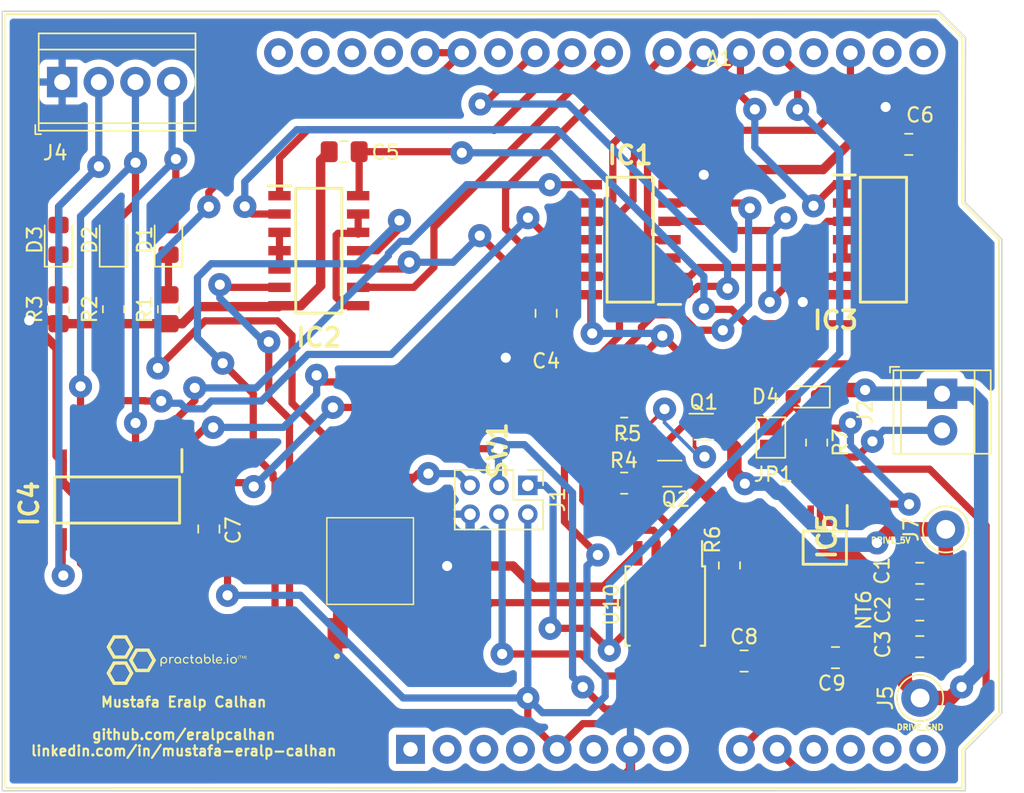
<source format=kicad_pcb>
(kicad_pcb (version 20211014) (generator pcbnew)
  (title_block (title "Driver Daughterboard") (date "2022-06-15") (rev "0"))
  (layers (0 "F.Cu" signal) (31 "B.Cu" signal) (34 "B.Paste" user) (35 "F.Paste" user) (36 "B.SilkS" user "B.Silkscreen") (37 "F.SilkS" user "F.Silkscreen") (38 "B.Mask" user) (39 "F.Mask" user) (44 "Edge.Cuts" user))
  (net 0 "")
  (net 1 "Net-(D1-Pad1)")
  (net 2 "OR_OUT_1")
  (net 3 "Net-(D2-Pad1)")
  (net 4 "OR_OUT_2")
  (net 5 "Net-(D3-Pad1)")
  (net 6 "OR_OUT_3")
  (net 7 "SUP_LED_1")
  (net 8 "INV_1")
  (net 9 "AND_SUP_LED_1")
  (net 10 "SUP_LED_2")
  (net 11 "INV_2")
  (net 12 "AND_SUP_LED_2")
  (net 13 "AND_STU_LED_1")
  (net 14 "STU_LED_1")
  (net 15 "AND_STU_LED_2")
  (net 16 "STU_LED_2")
  (net 17 "SUP_LED_3")
  (net 18 "INV_3")
  (net 19 "Net-(IC2-Pad3)")
  (net 20 "AND_SUP_LED_3")
  (net 21 "Net-(IC2-Pad12)")
  (net 22 "STU_LED_3")
  (net 23 "AND_STU_LED_3")
  (net 30 "Net-(J1-Pad4)")
  (net 31 "Net-(Q1-Pad2)")
  (net 32 "LOAD_MCU")
  (net 51 "Net-(J1-Pad5)")
  (net 52 "DRIVE_MCU")
  (net 53 "STUDENT_ENABLE")
  (net 54 "Net-(Q2-Pad2)")
  (net 55 "D_5V")
  (net 56 "D_GND")
  (net 57 "CURRENT_SENSE_OUT")
  (net 58 "LOAD_INPUT")
  (net 59 "DRIVE_INPUT")
  (net 60 "DRIVE_5V")
  (net 61 "DRIVE_GND")
  (net 62 "Net-(D4-Pad2)")
  (net 63 "Net-(IC5-Pad3)")
  (net 66 "CURRENT_SIGN_OUT")
  (net 67 "Net-(IC5-Pad6)")
  (net 68 "Net-(IC5-Pad1)")
  (net 69 "Net-(IC5-Pad2)")
  (net 70 "Net-(IC5-Pad7)")
  (net 71 "Net-(IC5-Pad8)")
  (net 72 "Net-(J2-Pad2)")
  (footprint "Resistor_SMD:R_0805_2012Metric_Pad1.20x1.40mm_HandSolder" (layer "F.Cu") (at 94.996 75.431 90)
    (fp_text reference "R3")
    (fp_text value "120")
  )
  (footprint "Package_TO_SOT_SMD:SOT-523" (layer "F.Cu") (at 137.5156 86.8172)
    (fp_text reference "Q2")
    (fp_text value "BC547")
  )
  (footprint "TerminalBlock_TE-Connectivity:TerminalBlock_TE_282834-4_1x04_P2.54mm_Horizontal" (layer "F.Cu") (at 95.245 59.69)
    (fp_text reference "J4")
    (fp_text value "Conn_01x04")
  )
  (footprint "NetTie:NetTie-2_SMD_Pad0.5mm" (layer "F.Cu") (at 147.066 96.274 -90)
    (fp_text reference "NT1" hide)
    (fp_text value "NetTie_2")
  )
  (footprint "ICPINS:SOIC127P600X175-14N" (layer "F.Cu") (at 152.146 70.612)
    (fp_text reference "IC3")
    (fp_text value "NAND (Used as Inverter)" hide)
  )
  (footprint "NetTie:NetTie-2_SMD_Pad0.5mm" (layer "F.Cu") (at 148.4376 96.266 -90)
    (fp_text reference "NT2" hide)
    (fp_text value "NetTie_2")
  )
  (footprint "ICPINS:SOIC127P600X175-14N" (layer "F.Cu") (at 113.03 71.374)
    (fp_text reference "IC2")
    (fp_text value "NAND (Used as AND)" hide)
  )
  (footprint "Capacitor_SMD:C_0805_2012Metric_Pad1.18x1.45mm_HandSolder" (layer "F.Cu") (at 142.494 99.8005)
    (fp_text reference "C8")
    (fp_text value "100nF")
  )
  (footprint "Package_TO_SOT_SMD:SOT-523" (layer "F.Cu") (at 139.7 83.566)
    (fp_text reference "Q1")
    (fp_text value "BC557")
  )
  (footprint "Resistor_SMD:R_0805_2012Metric_Pad1.20x1.40mm_HandSolder" (layer "F.Cu") (at 98.806 75.431 90)
    (fp_text reference "R2")
    (fp_text value "120")
  )
  (footprint "Capacitor_SMD:C_0805_2012Metric_Pad1.18x1.45mm_HandSolder" (layer "F.Cu") (at 154.6645 98.806 180)
    (fp_text reference "C3")
    (fp_text value "0.1u")
  )
  (footprint "Jumper:SolderJumper-2_P1.3mm_Open_Pad1.0x1.5mm" (layer "F.Cu") (at 144.345739 84.318761 -90)
    (fp_text reference "JP1")
    (fp_text value "Shunt Bypass")
  )
  (footprint "Resistor_SMD:R_0805_2012Metric_Pad1.20x1.40mm_HandSolder" (layer "F.Cu") (at 147.520739 84.668761 -90)
    (fp_text reference "R7")
    (fp_text value "10R")
  )
  (footprint "Capacitor_SMD:C_0805_2012Metric_Pad1.18x1.45mm_HandSolder" (layer "F.Cu") (at 148.8225 99.568)
    (fp_text reference "C9")
    (fp_text value "0.1uF")
  )
  (footprint "Connector_PinHeader_2.00mm:PinHeader_2x03_P2.00mm_Vertical" (layer "F.Cu") (at 127.508 87.63 -90)
    (fp_text reference "J1")
    (fp_text value "AVR-ISP-6")
  )
  (footprint "LED_SMD:LED_0805_2012Metric_Pad1.15x1.40mm_HandSolder" (layer "F.Cu") (at 102.616 70.621 90)
    (fp_text reference "D1")
    (fp_text value "LED")
  )
  (footprint "Capacitor_SMD:C_0805_2012Metric_Pad1.18x1.45mm_HandSolder" (layer "F.Cu") (at 154.6645 96.266 180)
    (fp_text reference "C2")
    (fp_text value "10u")
  )
  (footprint "LED_SMD:LED_0805_2012Metric_Pad1.15x1.40mm_HandSolder" (layer "F.Cu") (at 94.996 70.621 90)
    (fp_text reference "D3")
    (fp_text value "LED")
  )
  (footprint "Diode_SMD:D_0603_1608Metric_Pad1.05x0.95mm_HandSolder" (layer "F.Cu") (at 146.77 81.507022 180)
    (fp_text reference "D4")
    (fp_text value "1N4002")
  )
  (footprint "Resistor_SMD:R_0805_2012Metric_Pad1.20x1.40mm_HandSolder" (layer "F.Cu") (at 141.478 93.1805 -90)
    (fp_text reference "R6")
    (fp_text value "100k")
  )
  (footprint "NetTie:NetTie-2_SMD_Pad0.5mm" (layer "F.Cu") (at 147.066 87.6808 -90)
    (fp_text reference "NT4" hide)
    (fp_text value "NetTie_2")
  )
  (footprint "LED_SMD:LED_0805_2012Metric_Pad1.15x1.40mm_HandSolder" (layer "F.Cu") (at 98.806 70.621 90)
    (fp_text reference "D2")
    (fp_text value "LED")
  )
  (footprint "000_Graphics_Immo:practactable.io_text_10x4" (layer "F.Cu") (at 103.124 99.7712)
    (fp_text reference "G***" hide)
    (fp_text value "LOGO" hide)
  )
  (footprint "Capacitor_SMD:C_0805_2012Metric_Pad1.18x1.45mm_HandSolder" (layer "F.Cu") (at 114.7865 64.516 180)
    (fp_text reference "C5")
    (fp_text value "100nF")
  )
  (footprint "Package_SO:SOIC-8W_5.3x5.3mm_P1.27mm" (layer "F.Cu") (at 137.033 95.9905 -90)
    (fp_text reference "U10")
    (fp_text value "ATtiny85-20S")
  )
  (footprint "Audio_Module:Infineon Motor Sheild hiddenPins" (layer "F.Cu") (at 99.695 86.233 90)
    (fp_text reference "A1")
    (fp_text value "Infineon Motor Shield MOD" hide)
  )
  (footprint "Capacitor_SMD:C_0805_2012Metric_Pad1.18x1.45mm_HandSolder" (layer "F.Cu") (at 128.778 75.7135 -90)
    (fp_text reference "C4")
    (fp_text value "100nF")
  )
  (footprint "Capacitor_SMD:C_0805_2012Metric_Pad1.18x1.45mm_HandSolder" (layer "F.Cu") (at 105.41 90.6565 90)
    (fp_text reference "C7")
    (fp_text value "100nF")
  )
  (footprint "ICPINS:SOIC127P600X175-14N" (layer "F.Cu") (at 99.06 88.646 -90)
    (fp_text reference "IC4")
    (fp_text value "OR " hide)
  )
  (footprint "Resistor_SMD:R_0805_2012Metric_Pad1.20x1.40mm_HandSolder" (layer "F.Cu") (at 134.185739 87.478761 180)
    (fp_text reference "R5")
    (fp_text value "2k2")
  )
  (footprint "Resistor_SMD:R_0805_2012Metric_Pad1.20x1.40mm_HandSolder" (layer "F.Cu") (at 134.185739 83.668761 180)
    (fp_text reference "R4")
    (fp_text value "2k2")
  )
  (footprint "Connector_Pin:Pin_D1.3mm_L11.0mm" (layer "F.Cu") (at 156.464 90.678 -90)
    (fp_text reference "J7")
    (fp_text value "DRIVE_5V_IN")
  )
  (footprint "Connector_Pin:Pin_D1.3mm_L11.0mm" (layer "F.Cu") (at 154.686 102.362 -90)
    (fp_text reference "J5")
    (fp_text value "DRIVE_GND")
  )
  (footprint "NetTie:NetTie-2_SMD_Pad0.5mm" (layer "F.Cu") (at 151.13 88.646 180)
    (fp_text reference "NT5" hide)
    (fp_text value "NetTie_2")
  )
  (footprint "Capacitor_SMD:C_0805_2012Metric_Pad1.18x1.45mm_HandSolder" (layer "F.Cu") (at 154.6645 93.726 180)
    (fp_text reference "C1")
    (fp_text value "460u")
  )
  (footprint "Button_Switch_SMD:13019319" (layer "F.Cu") (at 116.586 93.726 90)
    (fp_text reference "SW1")
    (fp_text value "SW_Push" hide)
  )
  (footprint "TerminalBlock_TE-Connectivity:TerminalBlock_TE_282834-2_1x02_P2.54mm_Horizontal" (layer "F.Cu") (at 156.21 81.28 -90)
    (fp_text reference "J2")
    (fp_text value "Coil")
  )
  (footprint "Resistor_SMD:R_0805_2012Metric_Pad1.20x1.40mm_HandSolder" (layer "F.Cu") (at 102.616 75.431 90)
    (fp_text reference "R1")
    (fp_text value "120")
  )
  (footprint "Capacitor_SMD:C_0805_2012Metric_Pad1.18x1.45mm_HandSolder" (layer "F.Cu") (at 153.9025 64.008 180)
    (fp_text reference "C6")
    (fp_text value "100nF")
  )
  (footprint "ICPINS:SOIC127P600X175-14N" (layer "F.Cu") (at 134.5985 70.612 180)
    (fp_text reference "IC1")
    (fp_text value "AND GATES" hide)
  )
  (footprint "NetTie:NetTie-2_SMD_Pad0.5mm" (layer "F.Cu") (at 149.5806 96.266 -90)
    (fp_text reference "NT6")
    (fp_text value "NetTie_2")
  )
  (footprint "Sensor_Current:SOP65P490X110-8N" (layer "F.Cu") (at 148.082 91.948 -90)
    (fp_text reference "IC5")
    (fp_text value "MAX9928FAUA+" hide)
  )
  (footprint "NetTie:NetTie-2_SMD_Pad0.5mm" (layer "F.Cu") (at 148.3868 87.63 -90)
    (fp_text reference "NT3" hide)
    (fp_text value "NetTie_2")
  )
  (gr_line (start 156.012 54.796) (end 155.992 54.776) (layer "Edge.Cuts") (width 0.1))
  (gr_line (start 157.822 105.966) (end 160.352 103.416) (layer "Edge.Cuts") (width 0.1))
  (gr_line (start 160.352 103.416) (end 160.352 70.576) (layer "Edge.Cuts") (width 0.1))
  (gr_line (start 160.352 70.576) (end 157.812 68.036) (layer "Edge.Cuts") (width 0.1))
  (gr_line (start 157.812 68.036) (end 157.832 56.606) (layer "Edge.Cuts") (width 0.1))
  (gr_line (start 91.102 108.776) (end 91.102 108.796) (layer "Edge.Cuts") (width 0.1))
  (gr_line (start 91.102 108.796) (end 157.802 108.786) (layer "Edge.Cuts") (width 0.1))
  (gr_line (start 157.802 108.786) (end 157.822 108.786) (layer "Edge.Cuts") (width 0.1))
  (gr_line (start 91.102 54.786) (end 91.102 108.776) (layer "Edge.Cuts") (width 0.1))
  (gr_line (start 157.822 108.786) (end 157.822 105.966) (layer "Edge.Cuts") (width 0.1))
  (gr_line (start 155.992 54.776) (end 91.102 54.786) (layer "Edge.Cuts") (width 0.1))
  (gr_line (start 157.832 56.606) (end 156.012 54.796) (layer "Edge.Cuts") (width 0.1))
  (gr_text "Mustafa Eralp Calhan\n\ngithub.com/eralpcalhan\nlinkedin.com/in/mustafa-eralp-calhan" (at 103.672 104.336) (layer "F.SilkS") (effects (font (size 0.7 0.7))))
  (gr_text "DRIVE_GND" (at 154.686 104.394) (layer "F.SilkS") (effects (font (size 0.4 0.4) (thickness 0.1))))
  (gr_text "DRIVE_5V" (at 152.654 91.44) (layer "F.SilkS") (effects (font (size 0.4 0.4) (thickness 0.1))))
  (segment (start 102.616 71.646) (end 102.616 74.431) (width 0.5) (layer "F.Cu") (net 1))
  (segment (start 100.33 85.921) (end 100.33 83.312) (width 0.5) (layer "F.Cu") (net 2))
  (segment (start 103.124 69.088) (end 102.616 69.596) (width 0.5) (layer "F.Cu") (net 2))
  (segment (start 103.124 65.024) (end 103.124 69.088) (width 0.5) (layer "F.Cu") (net 2))
  (via (at 100.33 83.312) (size 1.6) (drill 0.7) (layers "F.Cu" "B.Cu") (net 2))
  (via (at 103.124 65.024) (size 1.6) (drill 0.7) (layers "F.Cu" "B.Cu") (net 2))
  (segment (start 100.33 67.818) (end 103.124 65.024) (width 0.5) (layer "B.Cu") (net 2))
  (segment (start 102.865 64.765) (end 103.124 65.024) (width 0.5) (layer "B.Cu") (net 2))
  (segment (start 102.865 59.69) (end 102.865 64.765) (width 0.5) (layer "B.Cu") (net 2))
  (segment (start 100.33 83.312) (end 100.33 67.818) (width 0.5) (layer "B.Cu") (net 2))
  (segment (start 98.806 71.646) (end 98.806 74.431) (width 0.5) (layer "F.Cu") (net 3))
  (segment (start 96.52 85.921) (end 96.52 80.772011) (width 0.5) (layer "F.Cu") (net 4))
  (segment (start 100.33 65.278) (end 100.33 68.072) (width 0.5) (layer "F.Cu") (net 4))
  (segment (start 100.33 68.072) (end 98.806 69.596) (width 0.5) (layer "F.Cu") (net 4))
  (segment (start 96.52 80.772011) (end 96.519989 80.772) (width 0.5) (layer "F.Cu") (net 4))
  (via (at 100.33 65.278) (size 1.6) (drill 0.7) (layers "F.Cu" "B.Cu") (net 4))
  (via (at 96.519989 80.772) (size 1.6) (drill 0.7) (layers "F.Cu" "B.Cu") (net 4))
  (segment (start 96.519989 80.772) (end 96.52 80.771989) (width 0.5) (layer "B.Cu") (net 4))
  (segment (start 100.235341 65.278) (end 100.33 65.278) (width 0.5) (layer "B.Cu") (net 4))
  (segment (start 100.325 65.273) (end 100.33 65.278) (width 0.5) (layer "B.Cu") (net 4))
  (segment (start 96.52 80.771989) (end 96.52 68.993341) (width 0.5) (layer "B.Cu") (net 4))
  (segment (start 100.325 59.69) (end 100.325 65.273) (width 0.5) (layer "B.Cu") (net 4))
  (segment (start 96.52 68.993341) (end 100.235341 65.278) (width 0.5) (layer "B.Cu") (net 4))
  (segment (start 94.996 71.646) (end 94.996 74.431) (width 0.5) (layer "F.Cu") (net 5))
  (segment (start 95.25 93.8022) (end 95.3262 93.8784) (width 0.5) (layer "F.Cu") (net 6))
  (segment (start 94.996 68.326) (end 94.996 69.596) (width 0.5) (layer "F.Cu") (net 6))
  (segment (start 97.79 65.532) (end 94.996 68.326) (width 0.5) (layer "F.Cu") (net 6))
  (segment (start 95.25 91.371) (end 95.25 93.8022) (width 0.5) (layer "F.Cu") (net 6))
  (via (at 95.3262 93.8784) (size 1.6) (drill 0.7) (layers "F.Cu" "B.Cu") (net 6))
  (via (at 97.79 65.532) (size 1.6) (drill 0.7) (layers "F.Cu" "B.Cu") (net 6))
  (segment (start 97.785 59.69) (end 97.785 65.527) (width 0.5) (layer "B.Cu") (net 6))
  (segment (start 95.0214 93.5736) (end 95.3262 93.8784) (width 0.5) (layer "B.Cu") (net 6))
  (segment (start 95.0214 68.3006) (end 95.0214 93.5736) (width 0.5) (layer "B.Cu") (net 6))
  (segment (start 97.785 65.527) (end 97.79 65.532) (width 0.5) (layer "B.Cu") (net 6))
  (segment (start 97.79 65.532) (end 95.0214 68.3006) (width 0.5) (layer "B.Cu") (net 6))
  (segment (start 138.5985 74.422) (end 138.96365 74.05685) (width 0.5) (layer "F.Cu") (net 7))
  (segment (start 128.02 57.658) (end 124.464 61.214) (width 0.5) (layer "F.Cu") (net 7))
  (segment (start 139.090269 74.05685) (end 139.30316 73.843959) (width 0.5) (layer "F.Cu") (net 7))
  (segment (start 137.3235 74.422) (end 138.5985 74.422) (width 0.5) (layer "F.Cu") (net 7))
  (segment (start 141.207529 73.843959) (end 141.350369 73.986799) (width 0.5) (layer "F.Cu") (net 7))
  (segment (start 139.30316 73.843959) (end 141.207529 73.843959) (width 0.5) (layer "F.Cu") (net 7))
  (segment (start 124.464 61.214) (end 124.206 61.214) (width 0.5) (layer "F.Cu") (net 7))
  (segment (start 138.96365 74.05685) (end 139.090269 74.05685) (width 0.5) (layer "F.Cu") (net 7))
  (via (at 141.350369 73.986799) (size 1.6) (drill 0.7) (layers "F.Cu" "B.Cu") (net 7))
  (via (at 124.206 61.214) (size 1.6) (drill 0.7) (layers "F.Cu" "B.Cu") (net 7))
  (segment (start 141.350369 72.262369) (end 141.350369 73.986799) (width 0.5) (layer "B.Cu") (net 7))
  (segment (start 130.302 61.214) (end 141.350369 72.262369) (width 0.5) (layer "B.Cu") (net 7))
  (segment (start 124.206 61.214) (end 130.302 61.214) (width 0.5) (layer "B.Cu") (net 7))
  (segment (start 138.723019 73.152) (end 139.337721 72.537298) (width 0.5) (layer "F.Cu") (net 8))
  (segment (start 148.274622 69.342) (end 149.421 69.342) (width 0.5) (layer "F.Cu") (net 8))
  (segment (start 139.337721 72.537298) (end 145.079324 72.537298) (width 0.5) (layer "F.Cu") (net 8))
  (segment (start 145.079324 72.537298) (end 148.274622 69.342) (width 0.5) (layer "F.Cu") (net 8))
  (segment (start 137.3235 73.152) (end 138.723019 73.152) (width 0.5) (layer "F.Cu") (net 8))
  (segment (start 113.3348 80.4672) (end 112.8776 80.01) (width 0.5) (layer "F.Cu") (net 9))
  (segment (start 133.858 77.2647) (end 130.6555 80.4672) (width 0.5) (layer "F.Cu") (net 9))
  (segment (start 130.6555 80.4672) (end 113.3348 80.4672) (width 0.5) (layer "F.Cu") (net 9))
  (segment (start 102.87 85.921) (end 105.17642 83.61458) (width 0.5) (layer "F.Cu") (net 9))
  (segment (start 135.994478 71.882) (end 133.858 74.018478) (width 0.5) (layer "F.Cu") (net 9))
  (segment (start 105.17642 83.61458) (end 105.708073 83.61458) (width 0.5) (layer "F.Cu") (net 9))
  (segment (start 137.3235 71.882) (end 135.994478 71.882) (width 0.5) (layer "F.Cu") (net 9))
  (segment (start 133.858 74.018478) (end 133.858 77.2647) (width 0.5) (layer "F.Cu") (net 9))
  (via (at 105.708073 83.61458) (size 1.6) (drill 0.7) (layers "F.Cu" "B.Cu") (net 9))
  (via (at 112.8776 80.01) (size 1.6) (drill 0.7) (layers "F.Cu" "B.Cu") (net 9))
  (segment (start 112.8776 81.310459) (end 112.8776 80.01) (width 0.5) (layer "B.Cu") (net 9))
  (segment (start 105.708073 83.61458) (end 110.573479 83.61458) (width 0.5) (layer "B.Cu") (net 9))
  (segment (start 110.573479 83.61458) (end 112.8776 81.310459) (width 0.5) (layer "B.Cu") (net 9))
  (segment (start 141.404545 63.033489) (end 147.449745 63.033489) (width 0.5) (layer "F.Cu") (net 10))
  (segment (start 137.3235 70.612) (end 135.994478 70.612) (width 0.5) (layer "F.Cu") (net 10))
  (segment (start 135.798989 70.416511) (end 135.798989 65.597611) (width 0.5) (layer "F.Cu") (net 10))
  (segment (start 147.449745 63.033489) (end 149.86 60.623234) (width 0.5) (layer "F.Cu") (net 10))
  (segment (start 135.994478 70.612) (end 135.798989 70.416511) (width 0.5) (layer "F.Cu") (net 10))
  (segment (start 136.853499 64.543101) (end 139.894933 64.543101) (width 0.5) (layer "F.Cu") (net 10))
  (segment (start 149.86 60.623234) (end 149.86 57.658) (width 0.5) (layer "F.Cu") (net 10))
  (segment (start 139.894933 64.543101) (end 141.404545 63.033489) (width 0.5) (layer "F.Cu") (net 10))
  (segment (start 135.798989 65.597611) (end 136.853499 64.543101) (width 0.5) (layer "F.Cu") (net 10))
  (segment (start 140.953537 69.976011) (end 140.319526 69.342) (width 0.5) (layer "F.Cu") (net 11))
  (segment (start 145.375521 69.095154) (end 144.494664 69.976011) (width 0.5) (layer "F.Cu") (net 11))
  (segment (start 144.494664 69.976011) (end 140.953537 69.976011) (width 0.5) (layer "F.Cu") (net 11))
  (segment (start 146.05 73.152) (end 144.272 74.93) (width 0.5) (layer "F.Cu") (net 11))
  (segment (start 149.421 73.152) (end 146.05 73.152) (width 0.5) (layer "F.Cu") (net 11))
  (segment (start 140.319526 69.342) (end 137.3235 69.342) (width 0.5) (layer "F.Cu") (net 11))
  (via (at 145.375521 69.095154) (size 1.6) (drill 0.7) (layers "F.Cu" "B.Cu") (net 11))
  (via (at 144.272 74.93) (size 1.6) (drill 0.7) (layers "F.Cu" "B.Cu") (net 11))
  (segment (start 144.272 70.198675) (end 144.272 74.93) (width 0.5) (layer "B.Cu") (net 11))
  (segment (start 145.375521 69.095154) (end 144.272 70.198675) (width 0.5) (layer "B.Cu") (net 11))
  (segment (start 142.536118 68.072) (end 137.3235 68.072) (width 0.5) (layer "F.Cu") (net 12))
  (segment (start 99.255489 87.445511) (end 108.252133 87.445511) (width 0.5) (layer "F.Cu") (net 12))
  (segment (start 99.06 87.250022) (end 99.255489 87.445511) (width 0.5) (layer "F.Cu") (net 12))
  (segment (start 136.229396 75.817299) (end 138.095592 75.817299) (width 0.5) (layer "F.Cu") (net 12))
  (segment (start 142.890618 68.4265) (end 142.536118 68.072) (width 0.5) (layer "F.Cu") (net 12))
  (segment (start 108.252133 87.445511) (end 108.522293 87.715671) (width 0.5) (layer "F.Cu") (net 12))
  (segment (start 138.095592 75.817299) (end 139.164093 76.8858) (width 0.5) (layer "F.Cu") (net 12))
  (segment (start 139.164093 76.8858) (end 141.0208 76.8858) (width 0.5) (layer "F.Cu") (net 12))
  (segment (start 130.171013 82.231282) (end 135.380299 77.021996) (width 0.5) (layer "F.Cu") (net 12))
  (segment (start 114.006682 82.231282) (end 130.171013 82.231282) (width 0.5) (layer "F.Cu") (net 12))
  (segment (start 135.380299 76.666396) (end 136.229396 75.817299) (width 0.5) (layer "F.Cu") (net 12))
  (segment (start 99.06 85.921) (end 99.06 87.250022) (width 0.5) (layer "F.Cu") (net 12))
  (segment (start 135.380299 77.021996) (end 135.380299 76.666396) (width 0.5) (layer "F.Cu") (net 12))
  (via (at 108.522293 87.715671) (size 1.6) (drill 0.7) (layers "F.Cu" "B.Cu") (net 12))
  (via (at 142.890618 68.4265) (size 1.6) (drill 0.7) (layers "F.Cu" "B.Cu") (net 12))
  (via (at 114.006682 82.231282) (size 1.6) (drill 0.7) (layers "F.Cu" "B.Cu") (net 12))
  (via (at 141.0208 76.8858) (size 1.6) (drill 0.7) (layers "F.Cu" "B.Cu") (net 12))
  (segment (start 142.804823 75.101777) (end 141.0208 76.8858) (width 0.5) (layer "B.Cu") (net 12))
  (segment (start 142.890618 68.4265) (end 142.804823 68.512295) (width 0.5) (layer "B.Cu") (net 12))
  (segment (start 108.522293 87.715671) (end 114.006682 82.231282) (width 0.5) (layer "B.Cu") (net 12))
  (segment (start 142.804823 68.512295) (end 142.804823 75.101777) (width 0.5) (layer "B.Cu") (net 12))
  (segment (start 101.6 85.921) (end 101.6 84.591978) (width 0.5) (layer "F.Cu") (net 13))
  (segment (start 101.6 84.591978) (end 104.436954 81.755024) (width 0.5) (layer "F.Cu") (net 13))
  (segment (start 131.8735 66.802) (end 129.032 66.802) (width 0.5) (layer "F.Cu") (net 13))
  (segment (start 104.436954 81.755024) (end 104.436954 80.880091) (width 0.5) (layer "F.Cu") (net 13))
  (via (at 129.032 66.802) (size 1.6) (drill 0.7) (layers "F.Cu" "B.Cu") (net 13))
  (via (at 104.436954 80.880091) (size 1.6) (drill 0.7) (layers "F.Cu" "B.Cu") (net 13))
  (segment (start 118.696734 70.726058) (end 117.847637 71.575155) (width 0.5) (layer "B.Cu") (net 13))
  (segment (start 129.032 66.802) (end 123.271595 66.802) (width 0.5) (layer "B.Cu") (net 13))
  (segment (start 117.847637 71.717958) (end 108.685504 80.880091) (width 0.5) (layer "B.Cu") (net 13))
  (segment (start 117.847637 71.575155) (end 117.847637 71.717958) (width 0.5) (layer "B.Cu") (net 13))
  (segment (start 119.347537 70.726058) (end 118.696734 70.726058) (width 0.5) (layer "B.Cu") (net 13))
  (segment (start 108.685504 80.880091) (end 104.436954 80.880091) (width 0.5) (layer "B.Cu") (net 13))
  (segment (start 123.271595 66.802) (end 119.347537 70.726058) (width 0.5) (layer "B.Cu") (net 13))
  (segment (start 133.398011 67.876511) (end 133.202522 68.072) (width 0.5) (layer "F.Cu") (net 14))
  (segment (start 139.7 57.658) (end 133.398011 63.959989) (width 0.5) (layer "F.Cu") (net 14))
  (segment (start 133.202522 68.072) (end 131.8735 68.072) (width 0.5) (layer "F.Cu") (net 14))
  (segment (start 133.398011 63.959989) (end 133.398011 67.876511) (width 0.5) (layer "F.Cu") (net 14))
  (segment (start 102.108 81.788) (end 100.997341 81.788) (width 0.5) (layer "F.Cu") (net 15))
  (segment (start 97.79 83.312) (end 97.79 85.921) (width 0.5) (layer "F.Cu") (net 15))
  (segment (start 100.97183 81.762489) (end 99.339511 81.762489) (width 0.5) (layer "F.Cu") (net 15))
  (segment (start 99.339511 81.762489) (end 97.79 83.312) (width 0.5) (layer "F.Cu") (net 15))
  (segment (start 127.51702 69.088) (end 129.04102 70.612) (width 0.5) (layer "F.Cu") (net 15))
  (segment (start 129.04102 70.612) (end 131.8735 70.612) (width 0.5) (layer "F.Cu") (net 15))
  (segment (start 100.997341 81.788) (end 100.97183 81.762489) (width 0.5) (layer "F.Cu") (net 15))
  (via (at 102.108 81.788) (size 1.6) (drill 0.7) (layers "F.Cu" "B.Cu") (net 15))
  (via (at 127.51702 69.088) (size 1.6) (drill 0.7) (layers "F.Cu" "B.Cu") (net 15))
  (segment (start 105.57895 81.788) (end 109.049695 81.788) (width 0.5) (layer "B.Cu") (net 15))
  (segment (start 103.449637 81.942679) (end 103.83655 82.329592) (width 0.5) (layer "B.Cu") (net 15))
  (segment (start 109.049695 81.788) (end 112.277196 78.560499) (width 0.5) (layer "B.Cu") (net 15))
  (segment (start 118.044521 78.560499) (end 127.51702 69.088) (width 0.5) (layer "B.Cu") (net 15))
  (segment (start 102.108 81.788) (end 102.262679 81.942679) (width 0.5) (layer "B.Cu") (net 15))
  (segment (start 102.262679 81.942679) (end 103.449637 81.942679) (width 0.5) (layer "B.Cu") (net 15))
  (segment (start 112.277196 78.560499) (end 118.044521 78.560499) (width 0.5) (layer "B.Cu") (net 15))
  (segment (start 105.037358 82.329592) (end 105.57895 81.788) (width 0.5) (layer "B.Cu") (net 15))
  (segment (start 103.83655 82.329592) (end 105.037358 82.329592) (width 0.5) (layer "B.Cu") (net 15))
  (segment (start 127.99952 71.882) (end 131.8735 71.882) (width 0.5) (layer "F.Cu") (net 16))
  (segment (start 137.16 57.658) (end 134.874 59.944) (width 0.5) (layer "F.Cu") (net 16))
  (segment (start 134.874 59.944) (end 133.096 59.944) (width 0.5) (layer "F.Cu") (net 16))
  (segment (start 125.96752 69.85) (end 127.99952 71.882) (width 0.5) (layer "F.Cu") (net 16))
  (segment (start 133.096 59.944) (end 125.96752 67.07248) (width 0.5) (layer "F.Cu") (net 16))
  (segment (start 125.96752 67.07248) (end 125.96752 69.85) (width 0.5) (layer "F.Cu") (net 16))
  (segment (start 125.12704 62.992) (end 125.17652 63.04148) (width 0.5) (layer "F.Cu") (net 17))
  (segment (start 110.305 64.955) (end 112.268 62.992) (width 0.5) (layer "F.Cu") (net 17))
  (segment (start 130.56 57.658) (end 125.17652 63.04148) (width 0.5) (layer "F.Cu") (net 17))
  (segment (start 110.305 67.564) (end 110.305 64.955) (width 0.5) (layer "F.Cu") (net 17))
  (segment (start 112.268 62.992) (end 125.12704 62.992) (width 0.5) (layer "F.Cu") (net 17))
  (segment (start 108.427736 68.834) (end 110.305 68.834) (width 0.5) (layer "F.Cu") (net 18))
  (segment (start 152.858161 76.434839) (end 142.619744 76.434839) (width 0.5) (layer "F.Cu") (net 18))
  (segment (start 139.76956 75.436299) (end 139.709548 75.376287) (width 0.5) (layer "F.Cu") (net 18))
  (segment (start 107.900917 68.307181) (end 108.427736 68.834) (width 0.5) (layer "F.Cu") (net 18))
  (segment (start 142.619744 76.434839) (end 141.621204 75.436299) (width 0.5) (layer "F.Cu") (net 18))
  (segment (start 141.621204 75.436299) (end 139.76956 75.436299) (width 0.5) (layer "F.Cu") (net 18))
  (segment (start 154.871 74.422) (end 152.858161 76.434839) (width 0.5) (layer "F.Cu") (net 18))
  (via (at 139.709548 75.376287) (size 1.6) (drill 0.7) (layers "F.Cu" "B.Cu") (net 18))
  (via (at 107.900917 68.307181) (size 1.6) (drill 0.7) (layers "F.Cu" "B.Cu") (net 18))
  (segment (start 129.54 62.992) (end 139.709548 73.161548) (width 0.5) (layer "B.Cu") (net 18))
  (segment (start 107.900917 66.597083) (end 111.506 62.992) (width 0.5) (layer "B.Cu") (net 18))
  (segment (start 111.506 62.992) (end 129.54 62.992) (width 0.5) (layer "B.Cu") (net 18))
  (segment (start 107.900917 68.307181) (end 107.900917 66.597083) (width 0.5) (layer "B.Cu") (net 18))
  (segment (start 139.709548 73.161548) (end 139.709548 75.376287) (width 0.5) (layer "B.Cu") (net 18))
  (segment (start 110.305 70.104) (end 110.305 71.374) (width 0.5) (layer "F.Cu") (net 19))
  (segment (start 110.305 71.374) (end 110.305 72.644) (width 0.5) (layer "F.Cu") (net 19))
  (segment (start 110.998 96.647) (end 110.998 83.027205) (width 0.5) (layer "F.Cu") (net 20))
  (segment (start 106.359611 73.914) (end 106.172 73.726389) (width 0.5) (layer "F.Cu") (net 20))
  (segment (start 109.561219 81.590424) (end 109.561219 77.68639) (width 0.5) (layer "F.Cu") (net 20))
  (segment (start 110.998 83.027205) (end 109.561219 81.590424) (width 0.5) (layer "F.Cu") (net 20))
  (segment (start 109.601 98.044) (end 110.998 96.647) (width 0.5) (layer "F.Cu") (net 20))
  (segment (start 96.52 93.022295) (end 101.541705 98.044) (width 0.5) (layer "F.Cu") (net 20))
  (segment (start 96.52 91.371) (end 96.52 93.022295) (width 0.5) (layer "F.Cu") (net 20))
  (segment (start 110.305 73.914) (end 106.359611 73.914) (width 0.5) (layer "F.Cu") (net 20))
  (segment (start 101.541705 98.044) (end 109.601 98.044) (width 0.5) (layer "F.Cu") (net 20))
  (via (at 109.561219 77.68639) (size 1.6) (drill 0.7) (layers "F.Cu" "B.Cu") (net 20))
  (via (at 106.172 73.726389) (size 1.6) (drill 0.7) (layers "F.Cu" "B.Cu") (net 20))
  (segment (start 106.172 73.726389) (end 106.172 74.6505) (width 0.5) (layer "B.Cu") (net 20))
  (segment (start 106.172 74.6505) (end 109.20789 77.68639) (width 0.5) (layer "B.Cu") (net 20))
  (segment (start 109.20789 77.68639) (end 109.561219 77.68639) (width 0.5) (layer "B.Cu") (net 20))
  (segment (start 114.230489 70.299489) (end 114.230489 74.606489) (width 0.5) (layer "F.Cu") (net 21))
  (segment (start 115.755 70.173) (end 114.356978 70.173) (width 0.5) (layer "F.Cu") (net 21))
  (segment (start 114.356978 70.173) (end 114.230489 70.299489) (width 0.5) (layer "F.Cu") (net 21))
  (segment (start 115.755 68.834) (end 115.755 70.230489) (width 0.5) (layer "F.Cu") (net 21))
  (segment (start 114.230489 74.606489) (end 114.808 75.184) (width 0.5) (layer "F.Cu") (net 21))
  (segment (start 114.808 75.184) (end 115.755 75.184) (width 0.5) (layer "F.Cu") (net 21))
  (segment (start 119.6086 73.914) (end 121.0056 72.517) (width 0.5) (layer "F.Cu") (net 22))
  (segment (start 121.0056 69.7524) (end 133.1 57.658) (width 0.5) (layer "F.Cu") (net 22))
  (segment (start 121.0056 72.517) (end 121.0056 69.7524) (width 0.5) (layer "F.Cu") (net 22))
  (segment (start 115.755 73.914) (end 119.6086 73.914) (width 0.5) (layer "F.Cu") (net 22))
  (segment (start 109.859378 87.155978) (end 109.859379 86.825779) (width 0.5) (layer "F.Cu") (net 23))
  (segment (start 109.99848 96.232986) (end 109.99848 87.29508) (width 0.5) (layer "F.Cu") (net 23))
  (segment (start 108.487779 81.283999) (end 106.371642 79.167862) (width 0.5) (layer "F.Cu") (net 23))
  (segment (start 97.79 91.371) (end 97.79 92.700022) (width 0.5) (layer "F.Cu") (net 23))
  (segment (start 115.755 71.374) (end 117.084022 71.374) (width 0.5) (layer "F.Cu") (net 23))
  (segment (start 101.889378 96.7994) (end 109.432066 96.7994) (width 0.5) (layer "F.Cu") (net 23))
  (segment (start 118.61441 69.843612) (end 118.61441 69.278897) (width 0.5) (layer "F.Cu") (net 23))
  (segment (start 117.084022 71.374) (end 118.61441 69.843612) (width 0.5) (layer "F.Cu") (net 23))
  (segment (start 108.487779 85.454179) (end 108.487779 81.283999) (width 0.5) (layer "F.Cu") (net 23))
  (segment (start 109.99848 87.29508) (end 109.859378 87.155978) (width 0.5) (layer "F.Cu") (net 23))
  (segment (start 109.432066 96.7994) (end 109.99848 96.232986) (width 0.5) (layer "F.Cu") (net 23))
  (segment (start 97.79 92.700022) (end 101.889378 96.7994) (width 0.5) (layer "F.Cu") (net 23))
  (segment (start 109.859379 86.825779) (end 108.487779 85.454179) (width 0.5) (layer "F.Cu") (net 23))
  (via (at 106.371642 79.167862) (size 1.6) (drill 0.7) (layers "F.Cu" "B.Cu") (net 23))
  (via (at 118.61441 69.278897) (size 1.6) (drill 0.7) (layers "F.Cu" "B.Cu") (net 23))
  (segment (start 115.683111 72.276889) (end 118.61441 69.34559) (width 0.5) (layer "B.Cu") (net 23))
  (segment (start 118.61441 69.34559) (end 118.61441 69.278897) (width 0.5) (layer "B.Cu") (net 23))
  (segment (start 104.622489 73.225996) (end 105.571596 72.276889) (width 0.5) (layer "B.Cu") (net 23))
  (segment (start 105.571596 72.276889) (end 115.683111 72.276889) (width 0.5) (layer "B.Cu") (net 23))
  (segment (start 106.371642 79.167862) (end 104.622489 77.418709) (width 0.5) (layer "B.Cu") (net 23))
  (segment (start 104.622489 77.418709) (end 104.622489 73.225996) (width 0.5) (layer "B.Cu") (net 23))
  (segment (start 132.747341 100.838) (end 133.9305 100.838) (width 0.5) (layer "F.Cu") (net 30))
  (segment (start 131.223341 99.314) (end 132.747341 100.838) (width 0.5) (layer "F.Cu") (net 30))
  (segment (start 125.73 99.314) (end 131.223341 99.314) (width 0.5) (layer "F.Cu") (net 30))
  (segment (start 133.9305 100.838) (end 135.128 99.6405) (width 0.5) (layer "F.Cu") (net 30))
  (via (at 125.73 99.314) (size 1.6) (drill 0.7) (layers "F.Cu" "B.Cu") (net 30))
  (segment (start 125.698 89.63) (end 125.73 89.662) (width 0.5) (layer "B.Cu") (net 30))
  (segment (start 125.508 89.63) (end 125.698 89.63) (width 0.5) (layer "B.Cu") (net 30))
  (segment (start 125.73 89.662) (end 125.73 99.314) (width 0.5) (layer "B.Cu") (net 30))
  (segment (start 139.055 84.953) (end 139.7508 85.6488) (width 0.25) (layer "F.Cu") (net 31))
  (segment (start 139.055 84.066) (end 139.055 84.953) (width 0.25) (layer "F.Cu") (net 31))
  (segment (start 135.185739 83.668761) (end 135.660239 83.668761) (width 0.25) (layer "F.Cu") (net 31))
  (segment (start 135.660239 83.668761) (end 136.9822 82.3468) (width 0.25) (layer "F.Cu") (net 31))
  (via (at 136.9822 82.3468) (size 1.6) (drill 0.7) (layers "F.Cu" "B.Cu") (net 31))
  (via (at 139.7508 85.6488) (size 1.6) (drill 0.7) (layers "F.Cu" "B.Cu") (net 31))
  (segment (start 139.3444 85.6488) (end 136.9822 83.2866) (width 0.25) (layer "B.Cu") (net 31))
  (segment (start 136.9822 83.2866) (end 136.9822 82.3468) (width 0.25) (layer "B.Cu") (net 31))
  (segment (start 139.7508 85.6488) (end 139.3444 85.6488) (width 0.25) (layer "B.Cu") (net 31))
  (segment (start 134.829677 89.336233) (end 133.185739 87.692295) (width 0.5) (layer "F.Cu") (net 32))
  (segment (start 133.185739 87.692295) (end 133.185739 87.478761) (width 0.5) (layer "F.Cu") (net 32))
  (segment (start 137.668 92.3405) (end 137.668 90.792944) (width 0.5) (layer "F.Cu") (net 32))
  (segment (start 136.211289 89.336233) (end 134.829677 89.336233) (width 0.5) (layer "F.Cu") (net 32))
  (segment (start 137.668 90.792944) (end 136.211289 89.336233) (width 0.5) (layer "F.Cu") (net 32))
  (segment (start 141.318 92.3405) (end 141.478 92.1805) (width 0.5) (layer "F.Cu") (net 51))
  (segment (start 122.85 97.876) (end 118.836 97.876) (width 0.5) (layer "F.Cu") (net 51))
  (segment (start 136.924522 95.758) (end 124.968 95.758) (width 0.5) (layer "F.Cu") (net 51))
  (segment (start 138.938 92.3405) (end 141.318 92.3405) (width 0.5) (layer "F.Cu") (net 51))
  (segment (start 118.836 87.876) (end 118.836 97.876) (width 0.5) (layer "F.Cu") (net 51))
  (segment (start 138.938 93.744522) (end 136.924522 95.758) (width 0.5) (layer "F.Cu") (net 51))
  (segment (start 138.938 92.3405) (end 138.938 93.744522) (width 0.5) (layer "F.Cu") (net 51))
  (segment (start 124.968 95.758) (end 122.85 97.876) (width 0.5) (layer "F.Cu") (net 51))
  (segment (start 119.8931 86.8189) (end 120.615406 86.8189) (width 0.5) (layer "F.Cu") (net 51))
  (segment (start 118.836 87.876) (end 119.8931 86.8189) (width 0.5) (layer "F.Cu") (net 51))
  (via (at 120.615406 86.8189) (size 1.6) (drill 0.7) (layers "F.Cu" "B.Cu") (net 51))
  (segment (start 122.6969 86.8189) (end 120.615406 86.8189) (width 0.5) (layer "B.Cu") (net 51))
  (segment (start 123.508 87.63) (end 122.6969 86.8189) (width 0.5) (layer "B.Cu") (net 51))
  (segment (start 131.318 88.646) (end 131.318 85.5365) (width 0.5) (layer "F.Cu") (net 52))
  (segment (start 136.202511 90.740989) (end 133.412989 90.740989) (width 0.5) (layer "F.Cu") (net 52))
  (segment (start 133.412989 90.740989) (end 131.318 88.646) (width 0.5) (layer "F.Cu") (net 52))
  (segment (start 136.398 90.936478) (end 136.202511 90.740989) (width 0.5) (layer "F.Cu") (net 52))
  (segment (start 131.318 85.5365) (end 133.185739 83.668761) (width 0.5) (layer "F.Cu") (net 52))
  (segment (start 136.398 92.3405) (end 136.398 90.936478) (width 0.5) (layer "F.Cu") (net 52))
  (segment (start 131.8735 73.152) (end 127 73.152) (width 0.5) (layer "F.Cu") (net 53))
  (segment (start 150.550022 68.072) (end 150.845511 68.367489) (width 0.5) (layer "F.Cu") (net 53))
  (segment (start 149.421 70.612) (end 149.421 71.882) (width 0.5) (layer "F.Cu") (net 53))
  (segment (start 135.4264 63.387889) (end 134.899478 63.914811) (width 0.5) (layer "F.Cu") (net 53))
  (segment (start 132.842 73.152) (end 131.8735 73.152) (width 0.5) (layer "F.Cu") (net 53))
  (segment (start 149.421 68.072) (end 150.550022 68.072) (width 0.5) (layer "F.Cu") (net 53))
  (segment (start 115.755 72.644) (end 118.828697 72.644) (width 0.5) (layer "F.Cu") (net 53))
  (segment (start 133.346056 69.342) (end 131.8735 69.342) (width 0.5) (layer "F.Cu") (net 53))
  (segment (start 118.828697 72.644) (end 119.297138 72.175559) (width 0.5) (layer "F.Cu") (net 53))
  (segment (start 142.24 57.658) (end 142.24 60.589956) (width 0.5) (layer "F.Cu") (net 53))
  (segment (start 154.871 71.882) (end 154.871 73.152) (width 0.5) (layer "F.Cu") (net 53))
  (segment (start 131.8735 69.342) (end 133.202522 69.342) (width 0.5) (layer "F.Cu") (net 53))
  (segment (start 133.202522 69.342) (end 133.398011 69.537489) (width 0.5) (layer "F.Cu") (net 53))
  (segment (start 136.510111 63.387889) (end 135.4264 63.387889) (width 0.5) (layer "F.Cu") (net 53))
  (segment (start 133.398011 72.595989) (end 132.842 73.152) (width 0.5) (layer "F.Cu") (net 53))
  (segment (start 149.421 66.802) (end 149.421 68.072) (width 0.5) (layer "F.Cu") (net 53))
  (segment (start 142.24 57.658) (end 136.510111 63.387889) (width 0.5) (layer "F.Cu") (net 53))
  (segment (start 134.799469 65.08162) (end 134.799469 67.888587) (width 0.5) (layer "F.Cu") (net 53))
  (segment (start 127 73.152) (end 124.1806 70.3326) (width 0.5) (layer "F.Cu") (net 53))
  (segment (start 148.764717 66.802) (end 147.302173 68.264544) (width 0.5) (layer "F.Cu") (net 53))
  (segment (start 150.750022 70.612) (end 152.020022 71.882) (width 0.5) (layer "F.Cu") (net 53))
  (segment (start 133.398011 69.537489) (end 133.398011 72.595989) (width 0.5) (layer "F.Cu") (net 53))
  (segment (start 134.899478 64.981611) (end 134.799469 65.08162) (width 0.5) (layer "F.Cu") (net 53))
  (segment (start 142.24 60.589956) (end 143.234033 61.583989) (width 0.5) (layer "F.Cu") (net 53))
  (segment (start 150.845511 68.367489) (end 150.845511 70.516511) (width 0.5) (layer "F.Cu") (net 53))
  (segment (start 134.899478 63.914811) (end 134.899478 64.981611) (width 0.5) (layer "F.Cu") (net 53))
  (segment (start 134.799469 67.888587) (end 133.346056 69.342) (width 0.5) (layer "F.Cu") (net 53))
  (segment (start 150.845511 70.516511) (end 150.750022 70.612) (width 0.5) (layer "F.Cu") (net 53))
  (segment (start 150.750022 70.612) (end 149.421 70.612) (width 0.5) (layer "F.Cu") (net 53))
  (segment (start 152.020022 71.882) (end 154.871 71.882) (width 0.5) (layer "F.Cu") (net 53))
  (segment (start 149.421 66.802) (end 148.764717 66.802) (width 0.5) (layer "F.Cu") (net 53))
  (via (at 119.297138 72.175559) (size 1.6) (drill 0.7) (layers "F.Cu" "B.Cu") (net 53))
  (via (at 143.234033 61.583989) (size 1.6) (drill 0.7) (layers "F.Cu" "B.Cu") (net 53))
  (via (at 124.1806 70.3326) (size 1.6) (drill 0.7) (layers "F.Cu" "B.Cu") (net 53))
  (via (at 147.302173 68.264544) (size 1.6) (drill 0.7) (layers "F.Cu" "B.Cu") (net 53))
  (segment (start 143.234033 64.207138) (end 143.234033 61.583989) (width 0.5) (layer "B.Cu") (net 53))
  (segment (start 147.291439 68.264544) (end 143.234033 64.207138) (width 0.5) (layer "B.Cu") (net 53))
  (segment (start 124.1806 70.3326) (end 122.337641 72.175559) (width 0.5) (layer "B.Cu") (net 53))
  (segment (start 122.337641 72.175559) (end 119.297138 72.175559) (width 0.5) (layer "B.Cu") (net 53))
  (segment (start 147.302173 68.264544) (end 147.291439 68.264544) (width 0.5) (layer "B.Cu") (net 53))
  (segment (start 135.3473 87.3172) (end 135.185739 87.478761) (width 0.5) (layer "F.Cu") (net 54))
  (segment (start 136.8706 87.3172) (end 135.3473 87.3172) (width 0.5) (layer "F.Cu") (net 54))
  (segment (start 136.287534 104.14) (end 131.318 104.14) (width 0.5) (layer "F.Cu") (net 55))
  (segment (start 115.824 64.516) (end 115.824 67.495) (width 0.5) (layer "F.Cu") (net 55))
  (segment (start 138.938 101.489534) (end 136.287534 104.14) (width 0.5) (layer "F.Cu") (net 55))
  (segment (start 106.7054 92.9894) (end 105.41 91.694) (width 0.5) (layer "F.Cu") (net 55))
  (segment (start 141.4565 99.8005) (end 139.098 99.8005) (width 0.5) (layer "F.Cu") (net 55))
  (segment (start 154.94 66.733) (end 154.871 66.802) (width 0.5) (layer "F.Cu") (net 55))
  (segment (start 115.824 67.495) (end 115.755 67.564) (width 0.5) (layer "F.Cu") (net 55))
  (segment (start 132.3595 92.456) (end 130.048 90.1445) (width 0.5) (layer "F.Cu") (net 55))
  (segment (start 129.032 74.422) (end 128.778 74.676) (width 0.5) (layer "F.Cu") (net 55))
  (segment (start 141.478 94.1805) (end 144.0715 96.774) (width 0.5) (layer "F.Cu") (net 55))
  (segment (start 138.938 99.6405) (end 138.938 101.489534) (width 0.5) (layer "F.Cu") (net 55))
  (segment (start 147.066 96.774) (end 147.066 98.849) (width 0.5) (layer "F.Cu") (net 55))
  (segment (start 115.824 64.516) (end 122.86102 64.516) (width 0.5) (layer "F.Cu") (net 55))
  (segment (start 130.048 84.0486) (end 136.8298 77.2668) (width 0.5) (layer "F.Cu") (net 55))
  (segment (start 154.94 64.008) (end 156.718 65.786) (width 0.5) (layer "F.Cu") (net 55))
  (segment (start 127.508 103.886) (end 129.54 105.918) (width 0.5) (layer "F.Cu") (net 55))
  (segment (start 131.8735 74.422) (end 129.032 74.422) (width 0.5) (layer "F.Cu") (net 55))
  (segment (start 154.94 64.008) (end 154.94 66.733) (width 0.5) (layer "F.Cu") (net 55))
  (segment (start 156.718 75.946) (end 153.446934 79.217066) (width 0.5) (layer "F.Cu") (net 55))
  (segment (start 130.048 90.1445) (end 130.048 84.0486) (width 0.5) (layer "F.Cu") (net 55))
  (segment (start 139.098 99.8005) (end 138.938 99.6405) (width 0.5) (layer "F.Cu") (net 55))
  (segment (start 127.508 102.362) (end 127.508 103.886) (width 0.5) (layer "F.Cu") (net 55))
  (segment (start 103.193 91.694) (end 102.87 91.371) (width 0.5) (layer "F.Cu") (net 55))
  (segment (start 138.780066 79.217066) (end 136.8298 77.2668) (width 0.5) (layer "F.Cu") (net 55))
  (segment (start 141.478 94.1805) (end 141.478 99.779) (width 0.5) (layer "F.Cu") (net 55))
  (segment (start 131.318 104.14) (end 129.54 105.918) (width 0.5) (layer "F.Cu") (net 55))
  (segment (start 105.41 91.694) (end 103.193 91.694) (width 0.5) (layer "F.Cu") (net 55))
  (segment (start 147.066 98.849) (end 147.785 99.568) (width 0.5) (layer "F.Cu") (net 55))
  (segment (start 153.446934 79.217066) (end 138.780066 79.217066) (width 0.5) (layer "F.Cu") (net 55))
  (segment (start 131.8735 77.0095) (end 131.968398 77.104398) (width 0.5) (layer "F.Cu") (net 55))
  (segment (start 144.0715 96.774) (end 147.066 96.774) (width 0.5) (layer "F.Cu") (net 55))
  (segment (start 122.86102 64.516) (end 122.936 64.59098) (width 0.5) (layer "F.Cu") (net 55))
  (segment (start 141.478 99.779) (end 141.4565 99.8005) (width 0.5) (layer "F.Cu") (net 55))
  (segment (start 156.718 65.786) (end 156.718 75.946) (width 0.5) (layer "F.Cu") (net 55))
  (segment (start 106.7054 95.2499) (end 106.7054 92.9894) (width 0.5) (layer "F.Cu") (net 55))
  (segment (start 131.8735 74.422) (end 131.8735 77.0095) (width 0.5) (layer "F.Cu") (net 55))
  (via (at 122.936 64.59098) (size 1.6) (drill 0.7) (layers "F.Cu" "B.Cu") (net 55))
  (via (at 132.3595 92.456) (size 1.6) (drill 0.7) (layers "F.Cu" "B.Cu") (net 55))
  (via (at 131.968398 77.104398) (size 1.6) (drill 0.7) (layers "F.Cu" "B.Cu") (net 55))
  (via (at 136.8298 77.2668) (size 1.6) (drill 0.7) (layers "F.Cu" "B.Cu") (net 55))
  (via (at 106.7054 95.2499) (size 1.6) (drill 0.7) (layers "F.Cu" "B.Cu") (net 55))
  (via (at 127.508 102.362) (size 1.6) (drill 0.7) (layers "F.Cu" "B.Cu") (net 55))
  (segment (start 111.7599 95.2499) (end 118.872 102.362) (width 0.5) (layer "B.Cu") (net 55))
  (segment (start 106.7054 95.2499) (end 111.7599 95.2499) (width 0.5) (layer "B.Cu") (net 55))
  (segment (start 131.607866 99.698541) (end 132.867511 100.958186) (width 0.5) (layer "B.Cu") (net 55))
  (segment (start 131.968398 77.104398) (end 136.667398 77.104398) (width 0.5) (layer "B.Cu") (net 55))
  (segment (start 128.524 103.378) (end 127.508 102.362) (width 0.5) (layer "B.Cu") (net 55))
  (segment (start 129.012321 64.59098) (end 131.968398 67.547057) (width 0.5) (layer "B.Cu") (net 55))
  (segment (start 122.936 64.59098) (end 129.012321 64.59098) (width 0.5) (layer "B.Cu") (net 55))
  (segment (start 131.731341 103.378) (end 128.524 103.378) (width 0.5) (layer "B.Cu") (net 55))
  (segment (start 132.867511 102.24183) (end 131.731341 103.378) (width 0.5) (layer "B.Cu") (net 55))
  (segment (start 132.3595 92.456) (end 131.607866 93.207634) (width 0.5) (layer "B.Cu") (net 55))
  (segment (start 127.508 89.63) (end 127.508 102.362) (width 0.5) (layer "B.Cu") (net 55))
  (segment (start 132.867511 100.958186) (end 132.867511 102.24183) (width 0.5) (layer "B.Cu") (net 55))
  (segment (start 136.667398 77.104398) (end 136.8298 77.2668) (width 0.5) (layer "B.Cu") (net 55))
  (segment (start 131.968398 67.547057) (end 131.968398 77.104398) (width 0.5) (layer "B.Cu") (net 55))
  (segment (start 118.872 102.362) (end 127.508 102.362) (width 0.5) (layer "B.Cu") (net 55))
  (segment (start 131.607866 93.207634) (end 131.607866 99.698541) (width 0.5) (layer "B.Cu") (net 55))
  (segment (start 114.336 104.523022) (end 114.336 97.876) (width 0.65) (layer "F.Cu") (net 56))
  (segment (start 92.964 76.2) (end 94.4454 76.2) (width 0.65) (layer "F.Cu") (net 56))
  (segment (start 126.7399 78.7891) (end 125.984 78.7891) (width 0.65) (layer "F.Cu") (net 56))
  (segment (start 110.238111 75.250889) (end 110.305 75.184) (width 0.65) (layer "F.Cu") (net 56))
  (segment (start 95.25 87.400022) (end 97.468978 89.619) (width 0.65) (layer "F.Cu") (net 56))
  (segment (start 139.0142 66.802) (end 139.7 66.1162) (width 0.65) (layer "F.Cu") (net 56))
  (segment (start 140.063711 65.752489) (end 147.963111 65.752489) (width 0.65) (layer "F.Cu") (net 56))
  (segment (start 149.86 98.9584) (end 148.4376 97.536) (width 0.65) (layer "F.Cu") (net 56))
  (segment (start 102.616 76.431) (end 98.806 76.431) (width 0.65) (layer "F.Cu") (net 56))
  (segment (start 148.4376 97.536) (end 148.4376 96.766) (width 0.65) (layer "F.Cu") (net 56))
  (segment (start 149.86 100.33) (end 149.86 99.568) (width 0.65) (layer "F.Cu") (net 56))
  (segment (start 134.209702 107.742511) (end 138.129489 107.742511) (width 0.65) (layer "F.Cu") (net 56))
  (segment (start 95.25 85.921) (end 95.25 87.400022) (width 0.65) (layer "F.Cu") (net 56))
  (segment (start 94.895489 78.131489) (end 92.964 76.2) (width 0.65) (layer "F.Cu") (net 56))
  (segment (start 135.128 92.3405) (end 132.78502 94.68348) (width 0.65) (layer "F.Cu") (net 56))
  (segment (start 94.4454 76.2) (end 94.6764 76.431) (width 0.65) (layer "F.Cu") (net 56))
  (segment (start 149.17248 101.01752) (end 149.86 100.33) (width 0.65) (layer "F.Cu") (net 56))
  (segment (start 143.5315 100.0576) (end 143.5315 99.8005) (width 0.65) (layer "F.Cu") (net 56))
  (segment (start 97.468978 89.619) (end 105.41 89.619) (width 0.65) (layer "F.Cu") (net 56))
  (segment (start 134.62 105.918) (end 134.62 107.332213) (width 0.65) (layer "F.Cu") (net 56))
  (segment (start 94.6764 76.431) (end 94.996 76.431) (width 0.65) (layer "F.Cu") (net 56))
  (segment (start 134.62 107.332213) (end 134.209702 107.742511) (width 0.65) (layer "F.Cu") (net 56))
  (segment (start 152.2984 61.4172) (end 152.2984 63.4414) (width 0.65) (layer "F.Cu") (net 56))
  (segment (start 138.129489 107.742511) (end 140.208 105.664) (width 0.65) (layer "F.Cu") (net 56))
  (segment (start 140.208 105.664) (end 140.208 103.3811) (width 0.65) (layer "F.Cu") (net 56))
  (segment (start 134.209702 107.742511) (end 117.555489 107.742511) (width 0.65) (layer "F.Cu") (net 56))
  (segment (start 126.48204 93.218) (end 127.94752 94.68348) (width 0.65) (layer "F.Cu") (net 56))
  (segment (start 113.749 64.516) (end 113.155969 65.109031) (width 0.65) (layer "F.Cu") (net 56))
  (segment (start 144.889889 101.158889) (end 145.620945 101.158889) (width 0.65) (layer "F.Cu") (net 56))
  (segment (start 103.572334 76.431) (end 104.752445 75.250889) (width 0.65) (layer "F.Cu") (net 56))
  (segment (start 113.155969 65.109031) (end 113.155969 73.812053) (width 0.65) (layer "F.Cu") (net 56))
  (segment (start 94.996 76.431) (end 98.806 76.431) (width 0.65) (layer "F.Cu") (net 56))
  (segment (start 114.336 87.876) (end 114.336 97.876) (width 0.65) (layer "F.Cu") (net 56))
  (segment (start 121.92 93.218) (end 126.48204 93.218) (width 0.65) (layer "F.Cu") (net 56))
  (segment (start 152.2984 63.4414) (end 152.865 64.008) (width 0.65) (layer "F.Cu") (net 56))
  (segment (start 102.616 76.431) (end 103.572334 76.431) (width 0.65) (layer "F.Cu") (net 56))
  (segment (start 145.620945 101.158889) (end 145.762314 101.01752) (width 0.65) (layer "F.Cu") (net 56))
  (segment (start 104.752445 75.250889) (end 110.238111 75.250889) (width 0.65) (layer "F.Cu") (net 56))
  (segment (start 111.784022 75.184) (end 110.305 75.184) (width 0.65) (layer "F.Cu") (net 56))
  (segment (start 149.421 74.422) (end 147.066 74.422) (width 0.65) (layer "F.Cu") (net 56))
  (segment (start 145.762314 101.01752) (end 149.17248 101.01752) (width 0.65) (layer "F.Cu") (net 56))
  (segment (start 147.066 74.422) (end 146.558 74.93) (width 0.65) (layer "F.Cu") (net 56))
  (segment (start 132.78502 94.68348) (end 127.94752 94.68348) (width 0.65) (layer "F.Cu") (net 56))
  (segment (start 139.7 66.1162) (end 140.063711 65.752489) (width 0.65) (layer "F.Cu") (net 56))
  (segment (start 95.25 85.921) (end 94.895489 85.566489) (width 0.65) (layer "F.Cu") (net 56))
  (segment (start 117.555489 107.742511) (end 114.336 104.523022) (width 0.65) (layer "F.Cu") (net 56))
  (segment (start 140.208 103.3811) (end 143.5315 100.0576) (width 0.65) (layer "F.Cu") (net 56))
  (segment (start 113.155969 73.812053) (end 111.784022 75.184) (width 0.65) (layer "F.Cu") (net 56))
  (segment (start 94.895489 85.566489) (end 94.895489 78.131489) (width 0.65) (layer "F.Cu") (net 56))
  (segment (start 147.963111 65.752489) (end 152.2984 61.4172) (width 0.65) (layer "F.Cu") (net 56))
  (segment (start 128.778 76.751) (end 126.7399 78.7891) (width 0.65) (layer "F.Cu") (net 56))
  (segment (start 143.5315 99.8005) (end 144.889889 101.158889) (width 0.65) (layer "F.Cu") (net 56))
  (segment (start 137.3235 66.802) (end 139.0142 66.802) (width 0.65) (layer "F.Cu") (net 56))
  (segment (start 149.86 99.568) (end 149.86 98.9584) (width 0.65) (layer "F.Cu") (net 56))
  (via (at 146.558 74.93) (size 1.6) (drill 0.7) (layers "F.Cu" "B.Cu") (net 56))
  (via (at 121.92 93.218) (size 1.6) (drill 0.7) (layers "F.Cu" "B.Cu") (net 56))
  (via (at 92.964 76.2) (size 1.6) (drill 0.7) (layers "F.Cu" "B.Cu") (net 56))
  (via (at 139.7 66.1162) (size 1.6) (drill 0.7) (layers "F.Cu" "B.Cu") (net 56))
  (via (at 125.984 78.7891) (size 1.6) (drill 0.7) (layers "F.Cu" "B.Cu") (net 56))
  (via (at 152.2984 61.4172) (size 1.6) (drill 0.7) (layers "F.Cu" "B.Cu") (net 56))
  (segment (start 123.508 91.63) (end 121.92 93.218) (width 0.65) (layer "B.Cu") (net 56))
  (segment (start 123.508 89.63) (end 123.508 91.63) (width 0.65) (layer "B.Cu") (net 56))
  (segment (start 146.165969 101.992031) (end 149.671169 101.992031) (width 0.5) (layer "F.Cu") (net 57))
  (segment (start 151.09702 100.56618) (end 151.09702 98.28242) (width 0.5) (layer "F.Cu") (net 57))
  (segment (start 142.24 105.918) (end 146.165969 101.992031) (width 0.5) (layer "F.Cu") (net 57))
  (segment (start 151.09702 98.28242) (end 149.5806 96.766) (width 0.5) (layer "F.Cu") (net 57))
  (segment (start 149.671169 101.992031) (end 151.09702 100.56618) (width 0.5) (layer "F.Cu") (net 57))
  (segment (start 136.398 98.552) (end 136.398 99.6405) (width 0.5) (layer "F.Cu") (net 58))
  (segment (start 144.78 57.658) (end 146.203108 59.081108) (width 0.5) (layer "F.Cu") (net 58))
  (segment (start 129.0575 97.536) (end 131.636666 97.536) (width 0.5) (layer "F.Cu") (net 58))
  (segment (start 131.636666 97.536) (end 133.157377 99.056711) (width 0.5) (layer "F.Cu") (net 58))
  (segment (start 146.203108 59.081108) (end 146.203108 61.583989) (width 0.5) (layer "F.Cu") (net 58))
  (segment (start 133.157377 98.937101) (end 134.126678 97.9678) (width 0.5) (layer "F.Cu") (net 58))
  (segment (start 134.126678 97.9678) (end 135.8138 97.9678) (width 0.5) (layer "F.Cu") (net 58))
  (segment (start 135.8138 97.9678) (end 136.398 98.552) (width 0.5) (layer "F.Cu") (net 58))
  (segment (start 133.157377 99.056711) (end 133.157377 98.937101) (width 0.5) (layer "F.Cu") (net 58))
  (via (at 133.157377 99.056711) (size 1.6) (drill 0.7) (layers "F.Cu" "B.Cu") (net 58))
  (via (at 129.0575 97.536) (size 1.6) (drill 0.7) (layers "F.Cu" "B.Cu") (net 58))
  (via (at 146.203108 61.583989) (size 1.6) (drill 0.7) (layers "F.Cu" "B.Cu") (net 58))
  (segment (start 149.115905 64.496786) (end 146.203108 61.583989) (width 0.5) (layer "B.Cu") (net 58))
  (segment (start 129.2605 88.2075) (end 128.683 87.63) (width 0.5) (layer "B.Cu") (net 58))
  (segment (start 133.157377 94.426623) (end 149.115905 78.468095) (width 0.5) (layer "B.Cu") (net 58))
  (segment (start 149.115905 78.468095) (end 149.115905 64.496786) (width 0.5) (layer "B.Cu") (net 58))
  (segment (start 129.2605 97.333) (end 129.2605 88.2075) (width 0.5) (layer "B.Cu") (net 58))
  (segment (start 128.683 87.63) (end 127.508 87.63) (width 0.5) (layer "B.Cu") (net 58))
  (segment (start 133.157377 99.056711) (end 133.157377 94.426623) (width 0.5) (layer "B.Cu") (net 58))
  (segment (start 129.0575 97.536) (end 129.2605 97.333) (width 0.5) (layer "B.Cu") (net 58))
  (segment (start 131.318 101.6) (end 132.842 103.124) (width 0.5) (layer "F.Cu") (net 59))
  (segment (start 105.41 67.31) (end 105.41 68.326) (width 0.5) (layer "F.Cu") (net 59))
  (segment (start 137.668 101.346) (end 137.668 99.6405) (width 0.5) (layer "F.Cu") (net 59))
  (segment (start 111.506 61.214) (end 105.41 67.31) (width 0.5) (layer "F.Cu") (net 59))
  (segment (start 105.144611 76.236889) (end 110.161623 76.236889) (width 0.5) (layer "F.Cu") (net 59))
  (segment (start 119.384 61.214) (end 111.506 61.214) (width 0.5) (layer "F.Cu") (net 59))
  (segment (start 101.8795 79.502) (end 105.144611 76.236889) (width 0.5) (layer "F.Cu") (net 59))
  (segment (start 135.89 103.124) (end 137.668 101.346) (width 0.5) (layer "F.Cu") (net 59))
  (segment (start 110.161623 76.236889) (end 111.174099 77.249365) (width 0.5) (layer "F.Cu") (net 59))
  (segment (start 120.4 57.658) (end 122.94 57.658) (width 0.5) (layer "F.Cu") (net 59))
  (segment (start 111.174099 81.931204) (end 114.332895 85.09) (width 0.5) (layer "F.Cu") (net 59))
  (segment (start 122.94 57.658) (end 119.384 61.214) (width 0.5) (layer "F.Cu") (net 59))
  (segment (start 132.842 103.124) (end 135.89 103.124) (width 0.5) (layer "F.Cu") (net 59))
  (segment (start 111.174099 77.249365) (end 111.174099 81.931204) (width 0.5) (layer "F.Cu") (net 59))
  (segment (start 114.332895 85.09) (end 125.476 85.09) (width 0.5) (layer "F.Cu") (net 59))
  (via (at 105.41 68.326) (size 1.6) (drill 0.7) (layers "F.Cu" "B.Cu") (net 59))
  (via (at 131.318 101.6) (size 1.6) (drill 0.7) (layers "F.Cu" "B.Cu") (net 59))
  (via (at 101.8795 79.502) (size 1.6) (drill 0.7) (layers "F.Cu" "B.Cu") (net 59))
  (via (at 125.476 85.09) (size 1.6) (drill 0.7) (layers "F.Cu" "B.Cu") (net 59))
  (segment (start 101.8795 71.8565) (end 101.8795 79.502) (width 0.5) (layer "B.Cu") (net 59))
  (segment (start 131.318 101.6) (end 130.607011 100.889011) (width 0.5) (layer "B.Cu") (net 59))
  (segment (start 130.607011 88.140477) (end 127.277134 84.8106) (width 0.5) (layer "B.Cu") (net 59))
  (segment (start 130.607011 100.889011) (end 130.607011 88.140477) (width 0.5) (layer "B.Cu") (net 59))
  (segment (start 125.508 87.615436) (end 125.508 87.63) (width 0.5) (layer "B.Cu") (net 59))
  (segment (start 125.7554 84.8106) (end 125.476 85.09) (width 0.5) (layer "B.Cu") (net 59))
  (segment (start 125.476 85.09) (end 125.476 87.583436) (width 0.5) (layer "B.Cu") (net 59))
  (segment (start 105.41 68.326) (end 101.8795 71.8565) (width 0.5) (layer "B.Cu") (net 59))
  (segment (start 127.277134 84.8106) (end 125.7554 84.8106) (width 0.5) (layer "B.Cu") (net 59))
  (segment (start 125.476 87.583436) (end 125.508 87.615436) (width 0.5) (layer "B.Cu") (net 59))
  (segment (start 142.542738 87.513368) (end 141.819511 86.790141) (width 1) (layer "F.Cu") (net 60))
  (segment (start 155.702 96.266) (end 155.702 98.806) (width 1) (layer "F.Cu") (net 60))
  (segment (start 156.464 90.678) (end 152.63923 90.678) (width 1) (layer "F.Cu") (net 60))
  (segment (start 156.464 90.678) (end 156.464 92.964) (width 1) (layer "F.Cu") (net 60))
  (segment (start 141.819511 86.790141) (end 141.819511 85.040511) (width 1) (layer "F.Cu") (net 60))
  (segment (start 156.464 92.964) (end 155.702 93.726) (width 1) (layer "F.Cu") (net 60))
  (segment (start 152.63923 90.678) (end 151.69713 91.6201) (width 1) (layer "F.Cu") (net 60))
  (segment (start 155.702 93.726) (end 155.702 96.266) (width 1) (layer "F.Cu") (net 60))
  (segment (start 141.819511 85.040511) (end 140.345 83.566) (width 1) (layer "F.Cu") (net 60))
  (via (at 151.69713 91.6201) (size 1.6) (drill 0.7) (layers "F.Cu" "B.Cu") (net 60))
  (via (at 142.542738 87.513368) (size 1.6) (drill 0.7) (layers "F.Cu" "B.Cu") (net 60))
  (segment (start 151.57013 91.7471) (end 151.69713 91.6201) (width 1) (layer "B.Cu") (net 60))
  (segment (start 148.6431 91.7471) (end 151.57013 91.7471) (width 1) (layer "B.Cu") (net 60))
  (segment (start 142.542738 87.513368) (end 144.155368 87.513368) (width 1) (layer "B.Cu") (net 60))
  (segment (start 144.155368 87.513368) (end 144.78 88.138) (width 1) (layer "B.Cu") (net 60))
  (segment (start 144.78 88.138) (end 145.034 88.138) (width 1) (layer "B.Cu") (net 60))
  (segment (start 145.034 88.138) (end 148.6431 91.7471) (width 1) (layer "B.Cu") (net 60))
  (segment (start 153.627 101.303) (end 153.627 98.806) (width 1) (layer "F.Cu") (net 61))
  (segment (start 150.100991 92.547989) (end 151.279002 93.726) (width 1) (layer "F.Cu") (net 61))
  (segment (start 156.7965 102.362) (end 157.5585 101.6) (width 1) (layer "F.Cu") (net 61))
  (segment (start 154.686 102.362) (end 156.7965 102.362) (width 1) (layer "F.Cu") (net 61))
  (segment (start 153.627 93.726) (end 153.627 96.266) (width 1) (layer "F.Cu") (net 61))
  (segment (start 154.686 102.362) (end 153.627 101.303) (width 1) (layer "F.Cu") (net 61))
  (segment (start 148.126022 81.026) (end 147.645 81.507022) (width 1) (layer "F.Cu") (net 61))
  (segment (start 153.627 96.266) (end 153.627 98.806) (width 1) (layer "F.Cu") (net 61))
  (segment (start 144.271931 92.547989) (end 150.100991 92.547989) (width 1) (layer "F.Cu") (net 61))
  (segment (start 138.1606 86.8172) (end 138.691701 87.348301) (width 1) (layer "F.Cu") (net 61))
  (segment (start 150.876 81.026) (end 148.126022 81.026) (width 1) (layer "F.Cu") (net 61))
  (segment (start 139.072243 87.348301) (end 144.271931 92.547989) (width 1) (layer "F.Cu") (net 61))
  (segment (start 138.691701 87.348301) (end 139.072243 87.348301) (width 1) (layer "F.Cu") (net 61))
  (segment (start 151.279002 93.726) (end 153.627 93.726) (width 1) (layer "F.Cu") (net 61))
  (via (at 157.5585 101.6) (size 1.6) (drill 0.7) (layers "F.Cu" "B.Cu") (net 61))
  (via (at 150.876 81.026) (size 1.6) (drill 0.7) (layers "F.Cu" "B.Cu") (net 61))
  (segment (start 156.21 81.28) (end 158.26 81.28) (width 1) (layer "B.Cu") (net 61))
  (segment (start 158.913511 81.933511) (end 158.913511 100.244989) (width 1) (layer "B.Cu") (net 61))
  (segment (start 151.13 81.28) (end 150.876 81.026) (width 1) (layer "B.Cu") (net 61))
  (segment (start 158.26 81.28) (end 158.913511 81.933511) (width 1) (layer "B.Cu") (net 61))
  (segment (start 156.21 81.28) (end 151.13 81.28) (width 1) (layer "B.Cu") (net 61))
  (segment (start 158.913511 100.244989) (end 157.5585 101.6) (width 1) (layer "B.Cu") (net 61))
  (segment (start 137.0838 84.683178) (end 137.0838 86.104) (width 0.5) (layer "F.Cu") (net 62))
  (segment (start 145.895 82.043022) (end 145.895 81.507022) (width 0.5) (layer "F.Cu") (net 62))
  (segment (start 139.055 82.7178) (end 139.4614 82.3114) (width 0.5) (layer "F.Cu") (net 62))
  (segment (start 145.895 81.507022) (end 145.895 82.1195) (width 0.5) (layer "F.Cu") (net 62))
  (segment (start 147.520739 83.668761) (end 149.503239 83.668761) (width 0.5) (layer "F.Cu") (net 62))
  (segment (start 139.055 83.066) (end 138.700978 83.066) (width 0.5) (layer "F.Cu") (net 62))
  (segment (start 151.9175 88.9335) (end 151.63 88.646) (width 0.5) (layer "F.Cu") (net 62))
  (segment (start 138.700978 83.066) (end 137.0838 84.683178) (width 0.5) (layer "F.Cu") (net 62))
  (segment (start 139.4614 82.3114) (end 142.988378 82.3114) (width 0.5) (layer "F.Cu") (net 62))
  (segment (start 142.988378 82.3114) (end 144.345739 83.668761) (width 0.5) (layer "F.Cu") (net 62))
  (segment (start 139.055 83.066) (end 139.055 82.7178) (width 0.5) (layer "F.Cu") (net 62))
  (segment (start 153.924 88.9335) (end 151.9175 88.9335) (width 0.5) (layer "F.Cu") (net 62))
  (segment (start 147.520739 83.668761) (end 145.895 82.043022) (width 0.5) (layer "F.Cu") (net 62))
  (segment (start 145.895 82.1195) (end 144.345739 83.668761) (width 0.5) (layer "F.Cu") (net 62))
  (segment (start 149.503239 83.668761) (end 149.86 83.312) (width 0.5) (layer "F.Cu") (net 62))
  (segment (start 137.0838 86.104) (end 136.8706 86.3172) (width 0.5) (layer "F.Cu") (net 62))
  (via (at 149.86 83.312) (size 1.6) (drill 0.7) (layers "F.Cu" "B.Cu") (net 62))
  (via (at 153.924 88.9335) (size 1.6) (drill 0.7) (layers "F.Cu" "B.Cu") (net 62))
  (segment (start 149.86 84.8695) (end 153.924 88.9335) (width 0.5) (layer "B.Cu") (net 62))
  (segment (start 149.86 83.312) (end 149.86 84.8695) (width 0.5) (layer "B.Cu") (net 62))
  (segment (start 147.757 88.8718) (end 147.066 88.1808) (width 0.25) (layer "F.Cu") (net 63))
  (segment (start 147.757 89.736) (end 147.757 88.8718) (width 0.25) (layer "F.Cu") (net 63))
  (segment (start 150.725713 86.5124) (end 155.3464 86.5124) (width 0.5) (layer "F.Cu") (net 66))
  (segment (start 150.669832 86.568281) (end 150.725713 86.5124) (width 0.5) (layer "F.Cu") (net 66))
  (segment (start 155.3464 86.5124) (end 159.258 90.424) (width 0.5) (layer "F.Cu") (net 66))
  (segment (start 148.948519 86.568281) (end 150.669832 86.568281) (width 0.5) (layer "F.Cu") (net 66))
  (segment (start 159.258 102.87) (end 156.972 105.156) (width 0.5) (layer "F.Cu") (net 66))
  (segment (start 159.258 90.424) (end 159.258 102.87) (width 0.5) (layer "F.Cu") (net 66))
  (segment (start 156.238489 107.667511) (end 146.529511 107.667511) (width 0.5) (layer "F.Cu") (net 66))
  (segment (start 146.529511 107.667511) (end 144.78 105.918) (width 0.5) (layer "F.Cu") (net 66))
  (segment (start 156.972 105.156) (end 156.972 106.934) (width 0.5) (layer "F.Cu") (net 66))
  (segment (start 148.3868 87.13) (end 148.948519 86.568281) (width 0.5) (layer "F.Cu") (net 66))
  (segment (start 156.972 106.934) (end 156.238489 107.667511) (width 0.5) (layer "F.Cu") (net 66))
  (segment (start 147.757 95.083) (end 147.066 95.774) (width 0.25) (layer "F.Cu") (net 67))
  (segment (start 147.757 94.16) (end 147.757 95.083) (width 0.25) (layer "F.Cu") (net 67))
  (segment (start 150.63 88.646) (end 150.147 88.646) (width 0.25) (layer "F.Cu") (net 68))
  (segment (start 150.147 88.646) (end 149.057 89.736) (width 0.25) (layer "F.Cu") (net 68))
  (segment (start 148.407 89.736) (end 148.407 88.1502) (width 0.25) (layer "F.Cu") (net 69))
  (segment (start 148.407 88.1502) (end 148.3868 88.13) (width 0.25) (layer "F.Cu") (net 69))
  (segment (start 148.4376 95.766) (end 148.407 95.7354) (width 0.25) (layer "F.Cu") (net 70))
  (segment (start 148.407 95.7354) (end 148.407 94.16) (width 0.25) (layer "F.Cu") (net 70))
  (segment (start 149.5806 94.6836) (end 149.057 94.16) (width 0.25) (layer "F.Cu") (net 71))
  (segment (start 149.5806 95.766) (end 149.5806 94.6836) (width 0.25) (layer "F.Cu") (net 71))
  (segment (start 150.297239 85.668761) (end 147.520739 85.668761) (width 0.5) (layer "F.Cu") (net 72))
  (segment (start 147.066 86.1235) (end 147.066 87.1808) (width 0.5) (layer "F.Cu") (net 72))
  (segment (start 151.384 84.582) (end 150.297239 85.668761) (width 0.5) (layer "F.Cu") (net 72))
  (segment (start 144.345739 84.968761) (end 145.045739 85.668761) (width 0.5) (layer "F.Cu") (net 72))
  (segment (start 145.045739 85.668761) (end 147.520739 85.668761) (width 0.5) (layer "F.Cu") (net 72))
  (segment (start 147.520739 85.668761) (end 147.066 86.1235) (width 0.5) (layer "F.Cu") (net 72))
  (via (at 151.384 84.582) (size 1.6) (drill 0.7) (layers "F.Cu" "B.Cu") (net 72))
  (segment (start 156.21 83.82) (end 152.146 83.82) (width 0.5) (layer "B.Cu") (net 72))
  (segment (start 152.146 83.82) (end 151.384 84.582) (width 0.5) (layer "B.Cu") (net 72))
  (zone (net 56) (net_name "D_GND") (layer "B.Cu") (name "Digital_Ground") (connect_pads (clearance 0.508)) (min_thickness 0.5) (fill yes (thermal_gap 0.508) (thermal_bridge_width 0.508))
    (polygon (pts (xy 161.892 108.966) (xy 90.942 108.966) (xy 91.042 54.706) (xy 161.282 54.076) (xy 161.862 54.006)))
  )
)
</source>
